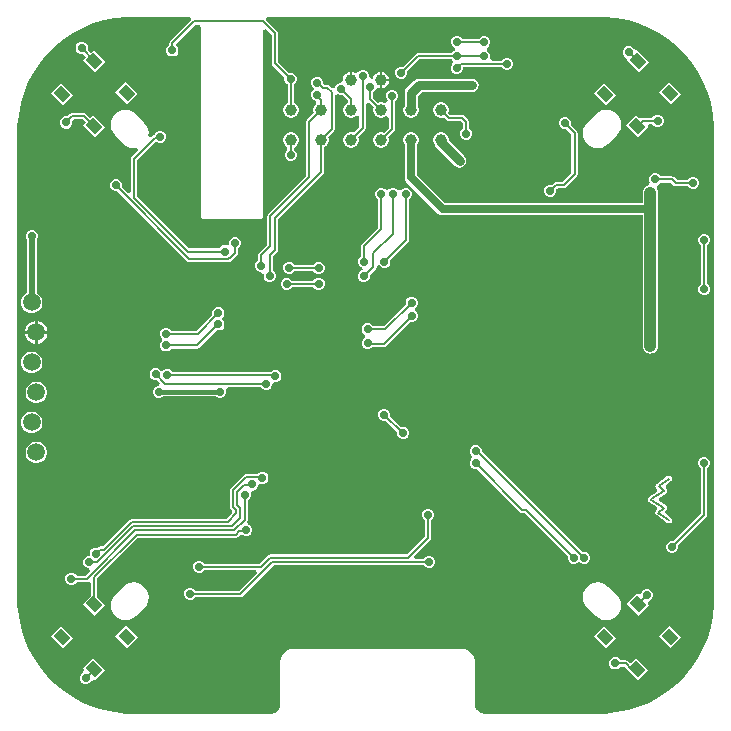
<source format=gbl>
G04*
G04 #@! TF.GenerationSoftware,Altium Limited,Altium Designer,23.2.1 (34)*
G04*
G04 Layer_Physical_Order=2*
G04 Layer_Color=16711680*
%FSLAX44Y44*%
%MOMM*%
G71*
G04*
G04 #@! TF.SameCoordinates,4D038F4D-AB9E-478B-8716-A6F2BEF9763F*
G04*
G04*
G04 #@! TF.FilePolarity,Positive*
G04*
G01*
G75*
%ADD10C,1.0000*%
%ADD51C,0.2000*%
%ADD53C,0.8000*%
%ADD55C,1.0000*%
%ADD56C,0.5000*%
%ADD57C,0.7000*%
%ADD59C,0.4000*%
%ADD63C,1.5000*%
%ADD64C,0.7000*%
G04:AMPARAMS|DCode=65|XSize=1.1mm|YSize=0.9mm|CornerRadius=0mm|HoleSize=0mm|Usage=FLASHONLY|Rotation=315.000|XOffset=0mm|YOffset=0mm|HoleType=Round|Shape=Rectangle|*
%AMROTATEDRECTD65*
4,1,4,-0.7071,0.0707,-0.0707,0.7071,0.7071,-0.0707,0.0707,-0.7071,-0.7071,0.0707,0.0*
%
%ADD65ROTATEDRECTD65*%

G36*
X202764Y294961D02*
X212244Y294027D01*
X221588Y292169D01*
X230704Y289403D01*
X239506Y285757D01*
X247908Y281266D01*
X255829Y275974D01*
X263194Y269930D01*
X269930Y263193D01*
X275974Y255829D01*
X281266Y247908D01*
X285757Y239506D01*
X289403Y230704D01*
X292169Y221588D01*
X294027Y212244D01*
X294961Y202764D01*
X294961Y198000D01*
X294961Y-198000D01*
X294961Y-202764D01*
X294027Y-212244D01*
X292169Y-221588D01*
X289403Y-230704D01*
X285757Y-239506D01*
X281266Y-247908D01*
X275974Y-255829D01*
X269930Y-263194D01*
X263193Y-269930D01*
X255829Y-275974D01*
X247908Y-281266D01*
X239506Y-285757D01*
X230704Y-289403D01*
X221588Y-292169D01*
X212244Y-294027D01*
X202764Y-294961D01*
X198000Y-294961D01*
X100500Y-294961D01*
X99716D01*
X98178Y-294655D01*
X96729Y-294055D01*
X95425Y-293184D01*
X94316Y-292075D01*
X93445Y-290771D01*
X92845Y-289322D01*
X92539Y-287784D01*
Y-252000D01*
X92529Y-251950D01*
X92537Y-251900D01*
X92488Y-250920D01*
X92452Y-250773D01*
Y-250622D01*
X92069Y-248699D01*
X91992Y-248514D01*
X91953Y-248317D01*
X91203Y-246506D01*
X91091Y-246339D01*
X91015Y-246153D01*
X89925Y-244523D01*
X89783Y-244381D01*
X89672Y-244214D01*
X88286Y-242828D01*
X88119Y-242717D01*
X87977Y-242575D01*
X86347Y-241485D01*
X86161Y-241409D01*
X85994Y-241297D01*
X84183Y-240547D01*
X83986Y-240508D01*
X83801Y-240431D01*
X81878Y-240048D01*
X81727D01*
X81580Y-240012D01*
X80600Y-239963D01*
X80550Y-239971D01*
X80500Y-239961D01*
X-60500Y-239961D01*
X-60550Y-239971D01*
X-60600Y-239963D01*
X-61580Y-240012D01*
X-61727Y-240048D01*
X-61878D01*
X-63801Y-240431D01*
X-63986Y-240508D01*
X-64183Y-240547D01*
X-65994Y-241297D01*
X-66161Y-241409D01*
X-66347Y-241485D01*
X-67977Y-242575D01*
X-68119Y-242717D01*
X-68286Y-242828D01*
X-69672Y-244214D01*
X-69784Y-244381D01*
X-69925Y-244523D01*
X-71015Y-246153D01*
X-71091Y-246339D01*
X-71203Y-246506D01*
X-71953Y-248317D01*
X-71992Y-248514D01*
X-72069Y-248699D01*
X-72452Y-250622D01*
Y-250773D01*
X-72488Y-250920D01*
X-72537Y-251900D01*
X-72529Y-251950D01*
X-72539Y-252000D01*
Y-287000D01*
X-72539Y-287784D01*
X-72845Y-289322D01*
X-73445Y-290771D01*
X-74316Y-292075D01*
X-75425Y-293184D01*
X-76729Y-294055D01*
X-78178Y-294655D01*
X-79716Y-294961D01*
X-80500Y-294961D01*
X-198000Y-294961D01*
X-202764D01*
X-212244Y-294027D01*
X-221588Y-292169D01*
X-230704Y-289403D01*
X-239506Y-285757D01*
X-247908Y-281266D01*
X-255829Y-275974D01*
X-263194Y-269930D01*
X-269930Y-263193D01*
X-275974Y-255829D01*
X-281266Y-247908D01*
X-285757Y-239506D01*
X-289403Y-230704D01*
X-292169Y-221588D01*
X-294027Y-212244D01*
X-294961Y-202764D01*
X-294961Y-198000D01*
X-294961Y198000D01*
Y202764D01*
X-294027Y212244D01*
X-292169Y221588D01*
X-289403Y230704D01*
X-285757Y239506D01*
X-281266Y247908D01*
X-275974Y255829D01*
X-269930Y263194D01*
X-263193Y269930D01*
X-255829Y275974D01*
X-247908Y281266D01*
X-239506Y285757D01*
X-230704Y289403D01*
X-221588Y292169D01*
X-212244Y294027D01*
X-202764Y294961D01*
X-198000Y294961D01*
X-148566D01*
X-147979Y294072D01*
X-147602Y292461D01*
X-165625Y274438D01*
X-166199Y273578D01*
X-166401Y272564D01*
X-166401Y272564D01*
Y270922D01*
X-166639Y270824D01*
X-168074Y269389D01*
X-168850Y267514D01*
Y265486D01*
X-168074Y263611D01*
X-166639Y262176D01*
X-164764Y261400D01*
X-162736D01*
X-160861Y262176D01*
X-159426Y263611D01*
X-158650Y265486D01*
Y267514D01*
X-159426Y269389D01*
X-160861Y270824D01*
X-159668Y272897D01*
X-144216Y288349D01*
X-140445D01*
X-140074Y287878D01*
X-139338Y285849D01*
X-139384Y285780D01*
X-139539Y285000D01*
X-139539Y126000D01*
X-139384Y125220D01*
X-138942Y124558D01*
X-138280Y124116D01*
X-137500Y123961D01*
X-89187D01*
X-88407Y124116D01*
X-87746Y124558D01*
X-87303Y125220D01*
X-87148Y126000D01*
Y283864D01*
X-84648Y284899D01*
X-79651Y279902D01*
Y255500D01*
X-79651Y255500D01*
X-79449Y254485D01*
X-78875Y253626D01*
X-68752Y243503D01*
X-68850Y243265D01*
Y241236D01*
X-68074Y239361D01*
X-66639Y237927D01*
X-66276Y237776D01*
Y221918D01*
X-67553Y221181D01*
X-68781Y219953D01*
X-69650Y218447D01*
X-70100Y216769D01*
Y215031D01*
X-69650Y213353D01*
X-68781Y211847D01*
X-67553Y210619D01*
X-66048Y209750D01*
X-64369Y209300D01*
X-62631D01*
X-60953Y209750D01*
X-59448Y210619D01*
X-58219Y211847D01*
X-57350Y213353D01*
X-56900Y215031D01*
Y216769D01*
X-57350Y218447D01*
X-58219Y219953D01*
X-59448Y221181D01*
X-60953Y222050D01*
X-60974Y222056D01*
Y237880D01*
X-60861Y237927D01*
X-59426Y239361D01*
X-58650Y241236D01*
Y243265D01*
X-59426Y245139D01*
X-60861Y246574D01*
X-62736Y247350D01*
X-64764D01*
X-65002Y247251D01*
X-74349Y256598D01*
Y281000D01*
X-74551Y282014D01*
X-75126Y282875D01*
X-84712Y292461D01*
X-84335Y294072D01*
X-83748Y294961D01*
X198000Y294961D01*
X202764Y294961D01*
D02*
G37*
%LPC*%
G36*
X78264Y278850D02*
X76235D01*
X74361Y278074D01*
X72926Y276639D01*
X72150Y274764D01*
Y272736D01*
X72926Y270861D01*
X74361Y269426D01*
X75567Y268927D01*
X75595Y268772D01*
X75359Y266340D01*
X74111Y265824D01*
X72676Y264389D01*
X72578Y264151D01*
X44000D01*
X44000Y264151D01*
X42986Y263949D01*
X42126Y263375D01*
X31252Y252501D01*
X31014Y252600D01*
X28986D01*
X27111Y251824D01*
X25676Y250389D01*
X24900Y248514D01*
Y246486D01*
X25676Y244611D01*
X27111Y243176D01*
X28986Y242400D01*
X31014D01*
X32889Y243176D01*
X34323Y244611D01*
X35100Y246486D01*
Y248514D01*
X35001Y248752D01*
X45098Y258849D01*
X72578D01*
X72676Y258611D01*
X73154Y258133D01*
X73831Y256500D01*
X73154Y254867D01*
X72676Y254389D01*
X71900Y252514D01*
Y250486D01*
X72676Y248611D01*
X74111Y247176D01*
X75985Y246400D01*
X78014D01*
X79889Y247176D01*
X81323Y248611D01*
X82100Y250486D01*
Y252514D01*
X82156Y252599D01*
X115078D01*
X115176Y252361D01*
X116611Y250926D01*
X118485Y250150D01*
X120514D01*
X122389Y250926D01*
X123823Y252361D01*
X124600Y254236D01*
Y256264D01*
X123823Y258139D01*
X122389Y259574D01*
X120514Y260350D01*
X118485D01*
X116611Y259574D01*
X115176Y258139D01*
X115078Y257901D01*
X106735D01*
X105065Y260401D01*
X105100Y260486D01*
Y262514D01*
X104324Y264389D01*
X102889Y265824D01*
X102233Y266095D01*
Y268801D01*
X103139Y269177D01*
X104573Y270611D01*
X105350Y272486D01*
Y274515D01*
X104573Y276389D01*
X103139Y277824D01*
X101264Y278600D01*
X99235D01*
X97361Y277824D01*
X95926Y276389D01*
X95880Y276276D01*
X81724D01*
X81573Y276639D01*
X80139Y278074D01*
X78264Y278850D01*
D02*
G37*
G36*
X223592Y270100D02*
X221563D01*
X219688Y269324D01*
X218254Y267889D01*
X217477Y266014D01*
Y263986D01*
X218254Y262111D01*
X219688Y260676D01*
X219821Y260621D01*
X220843Y258107D01*
Y258107D01*
X230884Y248067D01*
X239510Y256693D01*
X229470Y266734D01*
X229470D01*
X226956Y267756D01*
X226901Y267889D01*
X225466Y269324D01*
X223592Y270100D01*
D02*
G37*
G36*
X-239658Y273927D02*
X-241687D01*
X-243562Y273151D01*
X-244996Y271716D01*
X-245773Y269842D01*
Y267813D01*
X-244996Y265938D01*
X-243562Y264504D01*
X-241687Y263727D01*
X-239899D01*
X-236718Y260546D01*
X-239157Y258107D01*
X-229116Y248067D01*
X-220490Y256693D01*
X-230530Y266734D01*
X-232969Y264295D01*
X-235840Y267167D01*
X-235573Y267813D01*
Y269842D01*
X-236349Y271716D01*
X-237784Y273151D01*
X-239658Y273927D01*
D02*
G37*
G36*
X-1161Y250100D02*
X-3189D01*
X-5064Y249324D01*
X-6499Y247889D01*
X-9380Y247466D01*
X-9998Y247823D01*
X-11700Y248279D01*
Y241300D01*
X-13700D01*
Y248279D01*
X-15402Y247823D01*
X-16998Y246901D01*
X-18302Y245598D01*
X-19223Y244002D01*
X-19700Y242222D01*
Y241410D01*
X-19837Y240300D01*
X-21946Y239100D01*
X-22015D01*
X-23889Y238324D01*
X-25324Y236889D01*
X-25992Y235276D01*
X-27180Y234727D01*
X-28600Y234349D01*
X-30647Y236396D01*
X-31507Y236971D01*
X-32522Y237173D01*
X-32522Y237173D01*
X-33590D01*
X-35900Y237986D01*
Y240014D01*
X-36676Y241889D01*
X-38111Y243324D01*
X-39986Y244100D01*
X-42014D01*
X-43889Y243324D01*
X-45324Y241889D01*
X-46100Y240014D01*
Y237986D01*
X-45324Y236111D01*
X-44846Y235633D01*
X-44169Y234000D01*
X-44846Y232367D01*
X-45324Y231889D01*
X-46100Y230014D01*
Y227986D01*
X-45324Y226111D01*
X-43889Y224676D01*
X-42264Y224004D01*
X-41930Y223019D01*
X-41774Y221400D01*
X-42153Y221181D01*
X-43381Y219953D01*
X-44250Y218447D01*
X-44700Y216769D01*
Y215031D01*
X-44281Y213468D01*
X-49625Y208125D01*
X-50199Y207264D01*
X-50401Y206250D01*
X-50401Y206250D01*
Y160439D01*
X-82625Y128216D01*
X-83199Y127356D01*
X-83401Y126341D01*
X-83401Y126341D01*
Y101848D01*
X-90374Y94874D01*
X-90949Y94015D01*
X-91151Y93000D01*
X-91151Y93000D01*
Y88672D01*
X-91389Y88574D01*
X-92824Y87139D01*
X-93600Y85265D01*
Y83236D01*
X-92824Y81361D01*
X-91389Y79927D01*
X-89515Y79150D01*
X-88318D01*
X-86810Y77449D01*
X-86569Y76840D01*
X-86600Y76764D01*
Y74736D01*
X-85824Y72861D01*
X-84389Y71427D01*
X-82514Y70650D01*
X-80486D01*
X-78611Y71427D01*
X-77176Y72861D01*
X-76400Y74736D01*
Y76764D01*
X-77176Y78639D01*
X-78611Y80074D01*
X-78849Y80172D01*
Y91902D01*
X-75126Y95625D01*
X-74551Y96486D01*
X-74349Y97500D01*
Y123902D01*
X-36226Y162026D01*
X-36226Y162026D01*
X-35651Y162886D01*
X-35449Y163900D01*
Y184410D01*
X-34048Y185219D01*
X-32819Y186448D01*
X-31950Y187952D01*
X-31500Y189631D01*
Y191369D01*
X-31919Y192932D01*
X-27126Y197726D01*
X-27125Y197726D01*
X-26551Y198586D01*
X-26349Y199600D01*
Y228601D01*
X-23889Y229676D01*
X-22015Y228900D01*
X-19986D01*
X-19748Y228999D01*
X-15351Y224602D01*
Y221991D01*
X-16753Y221181D01*
X-17981Y219953D01*
X-18850Y218447D01*
X-19300Y216769D01*
Y215031D01*
X-18850Y213353D01*
X-17981Y211847D01*
X-16753Y210619D01*
X-15247Y209750D01*
X-13569Y209300D01*
X-11831D01*
X-10153Y209750D01*
X-8648Y210619D01*
X-7901Y211365D01*
X-5895Y210818D01*
X-5401Y210485D01*
Y201548D01*
X-10268Y196681D01*
X-11831Y197100D01*
X-13569D01*
X-15247Y196650D01*
X-16753Y195781D01*
X-17981Y194552D01*
X-18850Y193048D01*
X-19300Y191369D01*
Y189631D01*
X-18850Y187952D01*
X-17981Y186448D01*
X-16753Y185219D01*
X-15247Y184350D01*
X-13569Y183900D01*
X-11831D01*
X-10153Y184350D01*
X-8648Y185219D01*
X-7419Y186448D01*
X-6550Y187952D01*
X-6100Y189631D01*
Y191369D01*
X-6519Y192932D01*
X-876Y198575D01*
X-876Y198575D01*
X-301Y199436D01*
X-99Y200450D01*
X-99Y200450D01*
Y221415D01*
X2401Y222450D01*
X6519Y218332D01*
X6100Y216769D01*
Y215031D01*
X6550Y213353D01*
X7419Y211847D01*
X8648Y210619D01*
X10152Y209750D01*
X11831Y209300D01*
X13569D01*
X15247Y209750D01*
X16752Y210619D01*
X16849Y210715D01*
X19349Y209680D01*
Y200898D01*
X15132Y196681D01*
X13569Y197100D01*
X11831D01*
X10152Y196650D01*
X8648Y195781D01*
X7419Y194552D01*
X6550Y193048D01*
X6100Y191369D01*
Y189631D01*
X6550Y187952D01*
X7419Y186448D01*
X8648Y185219D01*
X10152Y184350D01*
X11831Y183900D01*
X13569D01*
X15247Y184350D01*
X16752Y185219D01*
X17981Y186448D01*
X18850Y187952D01*
X19300Y189631D01*
Y191369D01*
X18881Y192932D01*
X23874Y197925D01*
X24449Y198786D01*
X24651Y199800D01*
X24651Y199800D01*
Y223578D01*
X24889Y223676D01*
X26323Y225111D01*
X27100Y226986D01*
Y229014D01*
X26323Y230889D01*
X24889Y232324D01*
X23014Y233100D01*
X20986D01*
X19111Y232324D01*
X17676Y230889D01*
X16900Y229014D01*
Y226986D01*
X17676Y225111D01*
X18368Y224420D01*
X18235Y223067D01*
X18209Y223034D01*
X15740Y221803D01*
X15675Y221803D01*
X15247Y222050D01*
X13569Y222500D01*
X11831D01*
X10268Y222081D01*
X6001Y226348D01*
Y230971D01*
X6239Y231069D01*
X7674Y232504D01*
X7917Y233092D01*
X9586Y234444D01*
X10950Y234522D01*
X11700Y234321D01*
Y241300D01*
X12700D01*
D01*
X11700D01*
Y248279D01*
X9998Y247823D01*
X8402Y246901D01*
X7099Y245598D01*
X6177Y244002D01*
X5802Y242603D01*
X5643Y242370D01*
X4979Y242411D01*
X2925Y243986D01*
Y246014D01*
X2148Y247889D01*
X714Y249324D01*
X-1161Y250100D01*
D02*
G37*
G36*
X13700Y248279D02*
Y242300D01*
X19679D01*
X19223Y244002D01*
X18301Y245598D01*
X16998Y246901D01*
X15402Y247823D01*
X13700Y248279D01*
D02*
G37*
G36*
X19679Y240300D02*
X13700D01*
Y234321D01*
X15402Y234777D01*
X16998Y235699D01*
X18301Y237002D01*
X19223Y238598D01*
X19679Y240300D01*
D02*
G37*
G36*
X256693Y239511D02*
X248067Y230884D01*
X258107Y220843D01*
X266734Y229470D01*
X256693Y239511D01*
D02*
G37*
G36*
X-203307D02*
X-211933Y230884D01*
X-201893Y220843D01*
X-193266Y229470D01*
X-203307Y239511D01*
D02*
G37*
G36*
X201892Y239157D02*
X193266Y230530D01*
X203307Y220489D01*
X211933Y229116D01*
X201892Y239157D01*
D02*
G37*
G36*
X-258108D02*
X-266734Y230530D01*
X-256693Y220489D01*
X-248067Y229116D01*
X-258108Y239157D01*
D02*
G37*
G36*
X-238577Y213651D02*
X-238577Y213651D01*
X-248500D01*
X-248500Y213651D01*
X-249515Y213449D01*
X-250375Y212875D01*
X-252674Y210575D01*
X-252736Y210600D01*
X-254764D01*
X-256639Y209824D01*
X-258074Y208389D01*
X-258850Y206514D01*
Y204486D01*
X-258074Y202611D01*
X-256639Y201176D01*
X-254764Y200400D01*
X-252736D01*
X-250861Y201176D01*
X-249426Y202611D01*
X-248650Y204486D01*
Y206514D01*
X-246975Y208349D01*
X-239675D01*
X-237072Y205746D01*
X-239511Y203307D01*
X-229470Y193266D01*
X-220843Y201893D01*
X-230884Y211933D01*
X-233323Y209495D01*
X-236703Y212875D01*
X-237563Y213449D01*
X-238577Y213651D01*
D02*
G37*
G36*
X248014Y212100D02*
X245986D01*
X244111Y211324D01*
X242676Y209889D01*
X242578Y209651D01*
X234373D01*
X234373Y209651D01*
X233358Y209449D01*
X232498Y208874D01*
X232337Y208713D01*
X229116Y211933D01*
X220489Y203307D01*
X230530Y193266D01*
X239157Y201893D01*
X239010Y202039D01*
X239967Y204349D01*
X242578D01*
X242676Y204111D01*
X244111Y202677D01*
X245986Y201900D01*
X248014D01*
X249889Y202677D01*
X251324Y204111D01*
X252100Y205986D01*
Y208015D01*
X251324Y209889D01*
X249889Y211324D01*
X248014Y212100D01*
D02*
G37*
G36*
X89750Y242710D02*
X45250D01*
X43065Y242275D01*
X41213Y241037D01*
X34445Y234270D01*
X33207Y232418D01*
X32773Y230233D01*
Y219873D01*
X31950Y218447D01*
X31500Y216769D01*
Y215031D01*
X31950Y213353D01*
X32819Y211847D01*
X34047Y210619D01*
X35552Y209750D01*
X37231Y209300D01*
X38969D01*
X40647Y209750D01*
X42152Y210619D01*
X43381Y211847D01*
X44250Y213353D01*
X44700Y215031D01*
Y216769D01*
X44250Y218447D01*
X44192Y218548D01*
Y227868D01*
X47615Y231290D01*
X89750D01*
X91935Y231725D01*
X93787Y232963D01*
X95025Y234815D01*
X95460Y237000D01*
X95025Y239185D01*
X93787Y241037D01*
X91935Y242275D01*
X89750Y242710D01*
D02*
G37*
G36*
X64369Y222500D02*
X62631D01*
X60952Y222050D01*
X59447Y221181D01*
X58219Y219953D01*
X57350Y218447D01*
X56900Y216769D01*
Y215031D01*
X57350Y213353D01*
X58219Y211847D01*
X59447Y210619D01*
X60952Y209750D01*
X62631Y209300D01*
X64369D01*
X65932Y209719D01*
X68525Y207126D01*
X68525Y207125D01*
X69385Y206551D01*
X70400Y206349D01*
X70400Y206349D01*
X80730D01*
X82349Y204730D01*
Y200422D01*
X82111Y200324D01*
X80676Y198889D01*
X79900Y197015D01*
Y194986D01*
X80676Y193111D01*
X82111Y191677D01*
X83986Y190900D01*
X86014D01*
X87889Y191677D01*
X89324Y193111D01*
X90100Y194986D01*
Y197015D01*
X89324Y198889D01*
X87889Y200324D01*
X87651Y200422D01*
Y205828D01*
X87651Y205828D01*
X87449Y206843D01*
X86875Y207703D01*
X86874Y207703D01*
X83703Y210875D01*
X82843Y211449D01*
X81828Y211651D01*
X81828Y211651D01*
X71498D01*
X69681Y213468D01*
X70100Y215031D01*
Y216769D01*
X69650Y218447D01*
X68781Y219953D01*
X67552Y221181D01*
X66047Y222050D01*
X64369Y222500D01*
D02*
G37*
G36*
X-203536Y216143D02*
X-206799Y215714D01*
X-209839Y214454D01*
X-212451Y212451D01*
X-214454Y209839D01*
X-215714Y206799D01*
X-216143Y203536D01*
X-215714Y200272D01*
X-214454Y197232D01*
X-212451Y194620D01*
X-205380Y187549D01*
X-202768Y185546D01*
X-199728Y184286D01*
X-196465Y183857D01*
X-194119Y184165D01*
X-192952Y181798D01*
X-197875Y176875D01*
X-198449Y176014D01*
X-198651Y175000D01*
X-198651Y175000D01*
Y146416D01*
X-200961Y145460D01*
X-206499Y150998D01*
X-206400Y151236D01*
Y153265D01*
X-207176Y155139D01*
X-208611Y156574D01*
X-210486Y157350D01*
X-212514D01*
X-214389Y156574D01*
X-215824Y155139D01*
X-216600Y153265D01*
Y151236D01*
X-215824Y149361D01*
X-214389Y147927D01*
X-212514Y147150D01*
X-210486D01*
X-210248Y147249D01*
X-151275Y88276D01*
X-151275Y88275D01*
X-150414Y87701D01*
X-149400Y87499D01*
X-116973D01*
X-116973Y87499D01*
X-115959Y87701D01*
X-115832Y87786D01*
X-115314D01*
X-115313Y87786D01*
X-114299Y87987D01*
X-113439Y88562D01*
X-108876Y93125D01*
X-108876Y93125D01*
X-108301Y93986D01*
X-108099Y95000D01*
X-108099Y95000D01*
Y99078D01*
X-107861Y99177D01*
X-106426Y100611D01*
X-105650Y102486D01*
Y104515D01*
X-106426Y106389D01*
X-107861Y107824D01*
X-109736Y108600D01*
X-111764D01*
X-113639Y107824D01*
X-115074Y106389D01*
X-115850Y104515D01*
Y102964D01*
X-117089Y101717D01*
X-118003Y101150D01*
X-118486Y101350D01*
X-120514D01*
X-122389Y100574D01*
X-123824Y99139D01*
X-123922Y98901D01*
X-149311D01*
X-193349Y142939D01*
Y173902D01*
X-177482Y189769D01*
X-176889Y189177D01*
X-175014Y188400D01*
X-172986D01*
X-171111Y189177D01*
X-169676Y190611D01*
X-168900Y192486D01*
Y194515D01*
X-169676Y196389D01*
X-171111Y197824D01*
X-172986Y198600D01*
X-175014D01*
X-176889Y197824D01*
X-178324Y196389D01*
X-178811Y195212D01*
X-179361Y195103D01*
X-180221Y194528D01*
X-180221Y194528D01*
X-181798Y192952D01*
X-184165Y194119D01*
X-183857Y196465D01*
X-184286Y199728D01*
X-185546Y202768D01*
X-187549Y205380D01*
X-194620Y212451D01*
X-197232Y214454D01*
X-200272Y215714D01*
X-203536Y216143D01*
D02*
G37*
G36*
X203535D02*
X200272Y215714D01*
X197232Y214454D01*
X194620Y212451D01*
X187549Y205380D01*
X185546Y202768D01*
X184286Y199728D01*
X183857Y196465D01*
X184286Y193201D01*
X185546Y190161D01*
X187549Y187549D01*
X190161Y185546D01*
X193201Y184286D01*
X196464Y183857D01*
X199728Y184286D01*
X202768Y185546D01*
X205380Y187549D01*
X212451Y194620D01*
X214454Y197232D01*
X215714Y200272D01*
X216143Y203536D01*
X215714Y206799D01*
X214454Y209839D01*
X212451Y212451D01*
X209839Y214454D01*
X206799Y215714D01*
X203535Y216143D01*
D02*
G37*
G36*
X-62631Y197100D02*
X-64369D01*
X-66048Y196650D01*
X-67553Y195781D01*
X-68781Y194552D01*
X-69650Y193048D01*
X-70100Y191369D01*
Y189631D01*
X-69650Y187952D01*
X-68781Y186448D01*
X-67553Y185219D01*
X-66709Y184732D01*
X-66654Y184317D01*
X-66577Y182136D01*
X-67824Y180889D01*
X-68600Y179014D01*
Y176986D01*
X-67824Y175111D01*
X-66389Y173676D01*
X-64514Y172900D01*
X-62486D01*
X-60611Y173676D01*
X-59177Y175111D01*
X-58400Y176986D01*
Y179014D01*
X-59177Y180889D01*
X-60423Y182136D01*
X-60346Y184317D01*
X-60291Y184732D01*
X-59448Y185219D01*
X-58219Y186448D01*
X-57350Y187952D01*
X-56900Y189631D01*
Y191369D01*
X-57350Y193048D01*
X-58219Y194552D01*
X-59448Y195781D01*
X-60953Y196650D01*
X-62631Y197100D01*
D02*
G37*
G36*
X64369D02*
X62631D01*
X60952Y196650D01*
X59447Y195781D01*
X58219Y194552D01*
X57350Y193048D01*
X56900Y191369D01*
Y189631D01*
X57350Y187952D01*
X58219Y186448D01*
X58977Y185689D01*
X59462Y184963D01*
X75463Y168963D01*
X77315Y167725D01*
X79500Y167290D01*
X81685Y167725D01*
X83537Y168963D01*
X84775Y170815D01*
X85210Y173000D01*
X84775Y175185D01*
X83537Y177037D01*
X70100Y190475D01*
Y191369D01*
X69650Y193048D01*
X68781Y194552D01*
X67552Y195781D01*
X66047Y196650D01*
X64369Y197100D01*
D02*
G37*
G36*
X169514Y210100D02*
X167486D01*
X165611Y209324D01*
X164176Y207889D01*
X163400Y206014D01*
Y203986D01*
X164176Y202111D01*
X165611Y200676D01*
X167486Y199900D01*
X169514D01*
X169752Y199999D01*
X174099Y195652D01*
Y162598D01*
X166902Y155401D01*
X161250D01*
X160236Y155199D01*
X159375Y154625D01*
X159375Y154625D01*
X157502Y152751D01*
X157264Y152850D01*
X155236D01*
X153361Y152074D01*
X151926Y150639D01*
X151150Y148764D01*
Y146736D01*
X151926Y144861D01*
X153361Y143427D01*
X155236Y142650D01*
X157264D01*
X159139Y143427D01*
X160574Y144861D01*
X161350Y146736D01*
Y148764D01*
X163421Y150099D01*
X168000D01*
X168000Y150099D01*
X169014Y150301D01*
X169874Y150876D01*
X178624Y159626D01*
X179199Y160486D01*
X179401Y161500D01*
X179401Y161500D01*
Y196750D01*
X179401Y196750D01*
X179199Y197764D01*
X178624Y198624D01*
X178624Y198625D01*
X173501Y203748D01*
X173600Y203986D01*
Y206014D01*
X172824Y207889D01*
X171389Y209324D01*
X169514Y210100D01*
D02*
G37*
G36*
X38969Y197100D02*
X37231D01*
X35552Y196650D01*
X34047Y195781D01*
X32819Y194552D01*
X31950Y193048D01*
X31500Y191369D01*
Y189631D01*
X31950Y187952D01*
X32819Y186448D01*
X32900Y186366D01*
Y159044D01*
X32900Y159044D01*
X33296Y157054D01*
X34423Y155367D01*
X61467Y128323D01*
X61467Y128323D01*
X63154Y127196D01*
X65144Y126800D01*
X65144Y126800D01*
X234343D01*
Y30500D01*
Y23500D01*
Y16500D01*
X234570Y14777D01*
X235235Y13172D01*
X236293Y11793D01*
X237672Y10735D01*
X239277Y10070D01*
X241000Y9843D01*
X242723Y10070D01*
X244328Y10735D01*
X245707Y11793D01*
X246765Y13172D01*
X247430Y14777D01*
X247657Y16500D01*
Y23500D01*
Y30500D01*
Y132000D01*
Y139000D01*
Y146000D01*
X247430Y147723D01*
X246765Y149328D01*
X246397Y149808D01*
X246384Y149887D01*
X247013Y152365D01*
X247246Y152660D01*
X247889Y152927D01*
X249324Y154361D01*
X249422Y154599D01*
X258402D01*
X260375Y152626D01*
X261236Y152051D01*
X262250Y151849D01*
X272828D01*
X272926Y151611D01*
X274361Y150176D01*
X276236Y149400D01*
X278264D01*
X280139Y150176D01*
X281574Y151611D01*
X282350Y153486D01*
Y155514D01*
X281574Y157389D01*
X280139Y158824D01*
X278264Y159600D01*
X276236D01*
X274361Y158824D01*
X272926Y157389D01*
X272828Y157151D01*
X263348D01*
X261374Y159124D01*
X260514Y159699D01*
X259500Y159901D01*
X259500Y159901D01*
X249422D01*
X249324Y160139D01*
X247889Y161574D01*
X246014Y162350D01*
X243986D01*
X242111Y161574D01*
X240676Y160139D01*
X239900Y158265D01*
Y156236D01*
X240372Y155096D01*
X239393Y152591D01*
X239277Y152430D01*
X237672Y151765D01*
X236293Y150707D01*
X235235Y149328D01*
X234570Y147723D01*
X234343Y146000D01*
Y137200D01*
X67298D01*
X43300Y161198D01*
Y186366D01*
X43381Y186448D01*
X44250Y187952D01*
X44700Y189631D01*
Y191369D01*
X44250Y193048D01*
X43381Y194552D01*
X42152Y195781D01*
X40647Y196650D01*
X38969Y197100D01*
D02*
G37*
G36*
X35014Y150100D02*
X32985D01*
X31111Y149323D01*
X29926Y148138D01*
X28500Y148001D01*
X27074Y148138D01*
X25889Y149323D01*
X24014Y150100D01*
X21985D01*
X20111Y149323D01*
X19633Y148845D01*
X18000Y148169D01*
X16367Y148845D01*
X15889Y149323D01*
X14014Y150100D01*
X11985D01*
X10111Y149323D01*
X8676Y147889D01*
X7900Y146014D01*
Y143985D01*
X8676Y142111D01*
X10111Y140676D01*
X10349Y140578D01*
Y116348D01*
X-3374Y102625D01*
X-3949Y101764D01*
X-4151Y100750D01*
X-4151Y100750D01*
Y92172D01*
X-4389Y92074D01*
X-5824Y90639D01*
X-6600Y88764D01*
Y86736D01*
X-5824Y84861D01*
X-4389Y83427D01*
X-2881Y82802D01*
X-2790Y80885D01*
X-2881Y80302D01*
X-4639Y79574D01*
X-6074Y78139D01*
X-6850Y76265D01*
Y74236D01*
X-6074Y72361D01*
X-4639Y70926D01*
X-2765Y70150D01*
X-736D01*
X1139Y70926D01*
X2573Y72361D01*
X3350Y74236D01*
Y76265D01*
X3251Y76502D01*
X8374Y81625D01*
X8375Y81625D01*
X8949Y82486D01*
X9151Y83500D01*
Y83870D01*
X10606Y84504D01*
X11651Y84637D01*
X12861Y83427D01*
X14735Y82650D01*
X16764D01*
X18639Y83427D01*
X20073Y84861D01*
X20850Y86736D01*
Y88764D01*
X20751Y89002D01*
X35874Y104125D01*
X36449Y104986D01*
X36651Y106000D01*
X36651Y106000D01*
Y140578D01*
X36889Y140676D01*
X38323Y142111D01*
X39100Y143985D01*
Y146014D01*
X38323Y147889D01*
X36889Y149323D01*
X35014Y150100D01*
D02*
G37*
G36*
X-63736Y87600D02*
X-65764D01*
X-67639Y86824D01*
X-69074Y85389D01*
X-69850Y83514D01*
Y81486D01*
X-69074Y79611D01*
X-67639Y78176D01*
X-65764Y77400D01*
X-63736D01*
X-61861Y78176D01*
X-60427Y79611D01*
X-60380Y79724D01*
X-44474D01*
X-44324Y79361D01*
X-42889Y77927D01*
X-41014Y77150D01*
X-38986D01*
X-37111Y77927D01*
X-35677Y79361D01*
X-34900Y81236D01*
Y83265D01*
X-35677Y85139D01*
X-37111Y86574D01*
X-38986Y87350D01*
X-41014D01*
X-42889Y86574D01*
X-44324Y85139D01*
X-44370Y85026D01*
X-60276D01*
X-60427Y85389D01*
X-61861Y86824D01*
X-63736Y87600D01*
D02*
G37*
G36*
X-38986Y74100D02*
X-41014D01*
X-42889Y73324D01*
X-44324Y71889D01*
X-44474Y71526D01*
X-62630D01*
X-62677Y71639D01*
X-64111Y73074D01*
X-65986Y73850D01*
X-68014D01*
X-69889Y73074D01*
X-71324Y71639D01*
X-72100Y69764D01*
Y67736D01*
X-71324Y65861D01*
X-69889Y64426D01*
X-68014Y63650D01*
X-65986D01*
X-64111Y64426D01*
X-62677Y65861D01*
X-62526Y66224D01*
X-44370D01*
X-44324Y66111D01*
X-42889Y64676D01*
X-41014Y63900D01*
X-38986D01*
X-37111Y64676D01*
X-35677Y66111D01*
X-34900Y67986D01*
Y70015D01*
X-35677Y71889D01*
X-37111Y73324D01*
X-38986Y74100D01*
D02*
G37*
G36*
X287514Y111100D02*
X285485D01*
X283611Y110324D01*
X282176Y108889D01*
X281400Y107015D01*
Y104986D01*
X282176Y103111D01*
X283611Y101677D01*
X283849Y101578D01*
Y68672D01*
X283611Y68574D01*
X282176Y67139D01*
X281400Y65265D01*
Y63236D01*
X282176Y61361D01*
X283611Y59927D01*
X285485Y59150D01*
X287514D01*
X289389Y59927D01*
X290823Y61361D01*
X291600Y63236D01*
Y65265D01*
X290823Y67139D01*
X289389Y68574D01*
X289151Y68672D01*
Y101578D01*
X289389Y101677D01*
X290823Y103111D01*
X291600Y104986D01*
Y107015D01*
X290823Y108889D01*
X289389Y110324D01*
X287514Y111100D01*
D02*
G37*
G36*
X-281736Y114350D02*
X-283764D01*
X-285639Y113574D01*
X-287074Y112139D01*
X-287850Y110265D01*
Y108236D01*
X-287074Y106361D01*
X-287055Y106343D01*
Y61367D01*
X-288588Y60482D01*
X-290282Y58788D01*
X-291480Y56712D01*
X-292100Y54398D01*
Y52002D01*
X-291480Y49688D01*
X-290282Y47613D01*
X-288588Y45918D01*
X-286513Y44720D01*
X-284198Y44100D01*
X-281802D01*
X-279488Y44720D01*
X-277412Y45918D01*
X-275718Y47613D01*
X-274520Y49688D01*
X-273900Y52002D01*
Y54398D01*
X-274520Y56712D01*
X-275718Y58788D01*
X-277412Y60482D01*
X-278695Y61222D01*
Y106093D01*
X-278426Y106361D01*
X-277650Y108236D01*
Y110265D01*
X-278426Y112139D01*
X-279861Y113574D01*
X-281736Y114350D01*
D02*
G37*
G36*
X39764Y57850D02*
X37736D01*
X35861Y57074D01*
X34426Y55639D01*
X33650Y53765D01*
Y51736D01*
X33749Y51498D01*
X15402Y33151D01*
X5922D01*
X5824Y33389D01*
X4389Y34824D01*
X2514Y35600D01*
X485D01*
X-1389Y34824D01*
X-2824Y33389D01*
X-3600Y31514D01*
Y29486D01*
X-2824Y27611D01*
X-1389Y26177D01*
X-483Y25801D01*
Y23095D01*
X-1139Y22824D01*
X-2574Y21389D01*
X-3350Y19514D01*
Y17486D01*
X-2574Y15611D01*
X-1139Y14176D01*
X736Y13400D01*
X2764D01*
X4639Y14176D01*
X5811Y15349D01*
X15000D01*
X15000Y15349D01*
X16014Y15551D01*
X16874Y16126D01*
X37497Y36749D01*
X37736Y36650D01*
X39764D01*
X41639Y37427D01*
X43074Y38861D01*
X43850Y40736D01*
Y42765D01*
X43074Y44639D01*
X41889Y45824D01*
X41752Y47250D01*
X41889Y48676D01*
X43074Y49861D01*
X43850Y51736D01*
Y53765D01*
X43074Y55639D01*
X41639Y57074D01*
X39764Y57850D01*
D02*
G37*
G36*
X-277500Y37233D02*
Y29300D01*
X-269567D01*
X-270147Y31467D01*
X-271398Y33633D01*
X-273167Y35402D01*
X-275333Y36653D01*
X-277500Y37233D01*
D02*
G37*
G36*
X-280500D02*
X-282667Y36653D01*
X-284833Y35402D01*
X-286602Y33633D01*
X-287853Y31467D01*
X-288433Y29300D01*
X-280500D01*
Y37233D01*
D02*
G37*
G36*
X-123736Y49100D02*
X-125765D01*
X-127639Y48324D01*
X-129074Y46889D01*
X-129850Y45015D01*
Y42986D01*
X-129752Y42748D01*
X-143348Y29151D01*
X-164578D01*
X-164676Y29389D01*
X-166111Y30824D01*
X-167986Y31600D01*
X-170014D01*
X-171889Y30824D01*
X-173324Y29389D01*
X-174100Y27515D01*
Y25486D01*
X-173324Y23611D01*
X-172971Y23258D01*
X-172162Y21625D01*
X-172971Y19992D01*
X-173324Y19639D01*
X-174100Y17765D01*
Y15736D01*
X-173324Y13861D01*
X-171889Y12427D01*
X-170014Y11650D01*
X-167986D01*
X-166111Y12427D01*
X-164676Y13861D01*
X-164578Y14099D01*
X-142500D01*
X-142500Y14099D01*
X-141486Y14301D01*
X-140626Y14876D01*
X-126003Y29499D01*
X-125765Y29400D01*
X-123736D01*
X-121861Y30176D01*
X-120427Y31611D01*
X-119650Y33486D01*
Y35515D01*
X-120427Y37389D01*
X-120654Y37617D01*
X-121611Y39250D01*
X-120654Y40883D01*
X-120427Y41111D01*
X-119650Y42986D01*
Y45015D01*
X-120427Y46889D01*
X-121861Y48324D01*
X-123736Y49100D01*
D02*
G37*
G36*
X-269567Y26300D02*
X-277500D01*
Y18367D01*
X-275333Y18947D01*
X-273167Y20198D01*
X-271398Y21967D01*
X-270147Y24133D01*
X-269567Y26300D01*
D02*
G37*
G36*
X-280500D02*
X-288433D01*
X-287853Y24133D01*
X-286602Y21967D01*
X-284833Y20198D01*
X-282667Y18947D01*
X-280500Y18367D01*
Y26300D01*
D02*
G37*
G36*
X-281802Y11500D02*
X-284198D01*
X-286513Y10880D01*
X-288588Y9682D01*
X-290282Y7987D01*
X-291480Y5913D01*
X-292100Y3598D01*
Y1202D01*
X-291480Y-1112D01*
X-290282Y-3187D01*
X-288588Y-4882D01*
X-286513Y-6080D01*
X-284198Y-6700D01*
X-281802D01*
X-279488Y-6080D01*
X-277412Y-4882D01*
X-275718Y-3187D01*
X-274520Y-1112D01*
X-273900Y1202D01*
Y3598D01*
X-274520Y5913D01*
X-275718Y7987D01*
X-277412Y9682D01*
X-279488Y10880D01*
X-281802Y11500D01*
D02*
G37*
G36*
X-176986Y-2650D02*
X-179014D01*
X-180889Y-3426D01*
X-182324Y-4861D01*
X-183100Y-6736D01*
Y-8764D01*
X-182324Y-10639D01*
X-180889Y-12074D01*
X-179014Y-12850D01*
X-176986D01*
X-176748Y-12751D01*
X-174349Y-15150D01*
X-175385Y-17650D01*
X-176264D01*
X-178139Y-18426D01*
X-179574Y-19861D01*
X-180350Y-21735D01*
Y-23764D01*
X-179574Y-25639D01*
X-178139Y-27074D01*
X-176264Y-27850D01*
X-174236D01*
X-172361Y-27074D01*
X-171583Y-26295D01*
X-126917D01*
X-126389Y-26823D01*
X-124515Y-27600D01*
X-122486D01*
X-120611Y-26823D01*
X-119177Y-25389D01*
X-118400Y-23514D01*
Y-21486D01*
X-118539Y-21151D01*
X-116870Y-18651D01*
X-88672D01*
X-88574Y-18889D01*
X-87139Y-20324D01*
X-85265Y-21100D01*
X-83236D01*
X-81361Y-20324D01*
X-79927Y-18889D01*
X-79150Y-17014D01*
Y-16279D01*
X-77747Y-14539D01*
X-76840Y-14250D01*
X-75486D01*
X-73611Y-13474D01*
X-72176Y-12039D01*
X-71400Y-10164D01*
Y-8135D01*
X-72176Y-6261D01*
X-73611Y-4826D01*
X-75486Y-4050D01*
X-77515D01*
X-79389Y-4826D01*
X-80612Y-6049D01*
X-163391D01*
X-163676Y-5361D01*
X-165111Y-3926D01*
X-166986Y-3150D01*
X-169014D01*
X-170889Y-3926D01*
X-171220Y-4258D01*
X-173325Y-4775D01*
X-174383Y-4154D01*
X-175111Y-3426D01*
X-176986Y-2650D01*
D02*
G37*
G36*
X-277802Y-13900D02*
X-280198D01*
X-282512Y-14520D01*
X-284588Y-15718D01*
X-286282Y-17413D01*
X-287480Y-19488D01*
X-288100Y-21802D01*
Y-24198D01*
X-287480Y-26512D01*
X-286282Y-28588D01*
X-284588Y-30282D01*
X-282512Y-31480D01*
X-280198Y-32100D01*
X-277802D01*
X-275488Y-31480D01*
X-273412Y-30282D01*
X-271718Y-28588D01*
X-270520Y-26512D01*
X-269900Y-24198D01*
Y-21802D01*
X-270520Y-19488D01*
X-271718Y-17413D01*
X-273412Y-15718D01*
X-275488Y-14520D01*
X-277802Y-13900D01*
D02*
G37*
G36*
X-281802Y-39300D02*
X-284198D01*
X-286513Y-39920D01*
X-288587Y-41118D01*
X-290282Y-42812D01*
X-291480Y-44887D01*
X-292100Y-47202D01*
Y-49598D01*
X-291480Y-51912D01*
X-290282Y-53987D01*
X-288587Y-55682D01*
X-286513Y-56880D01*
X-284198Y-57500D01*
X-281802D01*
X-279488Y-56880D01*
X-277412Y-55682D01*
X-275718Y-53987D01*
X-274520Y-51912D01*
X-273900Y-49598D01*
Y-47202D01*
X-274520Y-44887D01*
X-275718Y-42812D01*
X-277412Y-41118D01*
X-279488Y-39920D01*
X-281802Y-39300D01*
D02*
G37*
G36*
X16639Y-36900D02*
X14611D01*
X12736Y-37676D01*
X11301Y-39111D01*
X10525Y-40985D01*
Y-43014D01*
X11301Y-44889D01*
X12736Y-46323D01*
X14611Y-47100D01*
X16639D01*
X16877Y-47001D01*
X26650Y-56774D01*
Y-58514D01*
X27426Y-60389D01*
X28861Y-61824D01*
X30735Y-62600D01*
X32764D01*
X34639Y-61824D01*
X36074Y-60389D01*
X36850Y-58514D01*
Y-56486D01*
X36074Y-54611D01*
X34639Y-53176D01*
X32764Y-52400D01*
X30735D01*
X30056Y-52682D01*
X20626Y-43252D01*
X20725Y-43014D01*
Y-40985D01*
X19949Y-39111D01*
X18514Y-37676D01*
X16639Y-36900D01*
D02*
G37*
G36*
X-277802Y-64700D02*
X-280198D01*
X-282512Y-65320D01*
X-284588Y-66518D01*
X-286282Y-68212D01*
X-287480Y-70287D01*
X-288100Y-72602D01*
Y-74998D01*
X-287480Y-77312D01*
X-286282Y-79387D01*
X-284588Y-81082D01*
X-282512Y-82280D01*
X-280198Y-82900D01*
X-277802D01*
X-275488Y-82280D01*
X-273412Y-81082D01*
X-271718Y-79387D01*
X-270520Y-77312D01*
X-269900Y-74998D01*
Y-72602D01*
X-270520Y-70287D01*
X-271718Y-68212D01*
X-273412Y-66518D01*
X-275488Y-65320D01*
X-277802Y-64700D01*
D02*
G37*
G36*
X-86486Y-90150D02*
X-88514D01*
X-90389Y-90926D01*
X-91712Y-92249D01*
X-101518D01*
X-101518Y-92249D01*
X-102532Y-92451D01*
X-103392Y-93026D01*
X-103392Y-93026D01*
X-114225Y-103858D01*
X-114799Y-104718D01*
X-115001Y-105732D01*
X-115001Y-105732D01*
Y-119741D01*
X-115001Y-119741D01*
X-114799Y-120756D01*
X-114225Y-121616D01*
X-113517Y-122323D01*
X-113517Y-125418D01*
X-117998Y-129899D01*
X-198181D01*
X-198181Y-129899D01*
X-199195Y-130101D01*
X-200055Y-130675D01*
X-200055Y-130676D01*
X-222860Y-153480D01*
X-225162D01*
X-226176Y-153682D01*
X-227036Y-154257D01*
X-227036Y-154257D01*
X-227485Y-154705D01*
X-227819Y-154567D01*
X-229848D01*
X-231722Y-155343D01*
X-233157Y-156778D01*
X-233933Y-158652D01*
Y-160681D01*
X-234580Y-161650D01*
X-235264D01*
X-237139Y-162426D01*
X-238574Y-163861D01*
X-239350Y-165735D01*
Y-167764D01*
X-238574Y-169639D01*
X-237139Y-171073D01*
X-235264Y-171850D01*
X-234583D01*
X-233547Y-174350D01*
X-237297Y-178099D01*
X-244828D01*
X-244926Y-177861D01*
X-246361Y-176426D01*
X-248236Y-175650D01*
X-250264D01*
X-252139Y-176426D01*
X-253574Y-177861D01*
X-254350Y-179736D01*
Y-181764D01*
X-253574Y-183639D01*
X-252139Y-185074D01*
X-250264Y-185850D01*
X-248236D01*
X-246361Y-185074D01*
X-244926Y-183639D01*
X-244828Y-183401D01*
X-236199D01*
X-236199Y-183401D01*
X-235184Y-183199D01*
X-234974Y-183059D01*
X-232474Y-184013D01*
Y-195172D01*
X-232550Y-195285D01*
X-239157Y-201893D01*
X-229116Y-211933D01*
X-220490Y-203307D01*
X-227237Y-196559D01*
X-227172Y-196236D01*
Y-180564D01*
X-192609Y-146001D01*
X-110009D01*
X-110009Y-146001D01*
X-108994Y-145799D01*
X-108134Y-145225D01*
X-106268Y-143358D01*
X-104855D01*
X-104139Y-144073D01*
X-102264Y-144850D01*
X-100236D01*
X-98361Y-144073D01*
X-96926Y-142639D01*
X-96150Y-140764D01*
Y-138736D01*
X-96926Y-136861D01*
X-98361Y-135426D01*
X-99444Y-134978D01*
X-99948Y-134144D01*
X-100322Y-132889D01*
X-100358Y-132150D01*
X-100201Y-131914D01*
X-99999Y-130900D01*
Y-114172D01*
X-99761Y-114073D01*
X-98327Y-112639D01*
X-97550Y-110764D01*
Y-108736D01*
X-97606Y-108600D01*
X-95936Y-106100D01*
X-95636D01*
X-93761Y-105323D01*
X-92326Y-103889D01*
X-91550Y-102014D01*
Y-101679D01*
X-89050Y-100128D01*
X-88514Y-100350D01*
X-86486D01*
X-84611Y-99573D01*
X-83176Y-98139D01*
X-82400Y-96264D01*
Y-94235D01*
X-83176Y-92361D01*
X-84611Y-90926D01*
X-86486Y-90150D01*
D02*
G37*
G36*
X257332Y-93553D02*
X256298Y-93571D01*
X255350Y-93984D01*
X246350Y-100234D01*
X246107Y-100486D01*
X245834Y-100704D01*
X245751Y-100855D01*
X245632Y-100979D01*
X245504Y-101304D01*
X245335Y-101610D01*
X245316Y-101781D01*
X245253Y-101941D01*
X245259Y-102291D01*
X245221Y-102638D01*
X245268Y-102803D01*
X245272Y-102975D01*
X245411Y-103296D01*
X245508Y-103631D01*
X245616Y-103766D01*
X245685Y-103924D01*
X245936Y-104166D01*
X246154Y-104439D01*
X246550Y-104772D01*
X246391Y-107267D01*
X239954Y-111415D01*
X239211Y-112134D01*
X239182Y-112201D01*
X239037Y-112351D01*
X238657Y-113313D01*
X238674Y-114347D01*
X239086Y-115296D01*
X239829Y-116015D01*
X246266Y-120163D01*
X246425Y-122658D01*
X246029Y-122991D01*
X245811Y-123264D01*
X245560Y-123507D01*
X245491Y-123664D01*
X245383Y-123799D01*
X245286Y-124135D01*
X245147Y-124455D01*
X245144Y-124627D01*
X245096Y-124792D01*
X245134Y-125140D01*
X245128Y-125489D01*
X245191Y-125649D01*
X245210Y-125820D01*
X245379Y-126126D01*
X245507Y-126452D01*
X245626Y-126576D01*
X245709Y-126726D01*
X245982Y-126945D01*
X246225Y-127196D01*
X255225Y-133446D01*
X256173Y-133859D01*
X257207Y-133878D01*
X258170Y-133499D01*
X258914Y-132781D01*
X259327Y-131833D01*
X259346Y-130798D01*
X258967Y-129836D01*
X258249Y-129091D01*
X253782Y-125989D01*
X253666Y-123492D01*
X254195Y-123047D01*
X254441Y-122738D01*
X254715Y-122455D01*
X254762Y-122337D01*
X254841Y-122239D01*
X254950Y-121860D01*
X255095Y-121493D01*
X255093Y-121366D01*
X255128Y-121245D01*
X255085Y-120853D01*
X255078Y-120458D01*
X255028Y-120343D01*
X255014Y-120217D01*
X254823Y-119872D01*
X254666Y-119510D01*
X254576Y-119422D01*
X254515Y-119311D01*
X254207Y-119065D01*
X253923Y-118790D01*
X248050Y-115005D01*
Y-112506D01*
X254048Y-108640D01*
X254332Y-108365D01*
X254640Y-108119D01*
X254701Y-108009D01*
X254791Y-107921D01*
X254949Y-107559D01*
X255139Y-107213D01*
X255153Y-107088D01*
X255203Y-106972D01*
X255210Y-106577D01*
X255253Y-106185D01*
X255218Y-106064D01*
X255220Y-105938D01*
X255075Y-105571D01*
X254965Y-105192D01*
X254887Y-105093D01*
X254840Y-104976D01*
X254566Y-104692D01*
X254319Y-104384D01*
X253791Y-103939D01*
X253907Y-101441D01*
X258374Y-98339D01*
X259092Y-97595D01*
X259471Y-96632D01*
X259452Y-95598D01*
X259039Y-94650D01*
X258295Y-93931D01*
X257332Y-93553D01*
D02*
G37*
G36*
X287264Y-77650D02*
X285236D01*
X283361Y-78426D01*
X281926Y-79861D01*
X281150Y-81735D01*
Y-83764D01*
X281926Y-85639D01*
X283361Y-87073D01*
X283599Y-87172D01*
Y-125902D01*
X260502Y-148999D01*
X260264Y-148900D01*
X258235D01*
X256361Y-149676D01*
X254926Y-151111D01*
X254150Y-152985D01*
Y-155014D01*
X254926Y-156889D01*
X256361Y-158323D01*
X258235Y-159100D01*
X260264D01*
X262139Y-158323D01*
X263573Y-156889D01*
X264350Y-155014D01*
Y-152985D01*
X264251Y-152747D01*
X288124Y-128875D01*
X288124Y-128875D01*
X288699Y-128014D01*
X288901Y-127000D01*
X288901Y-127000D01*
Y-87172D01*
X289139Y-87073D01*
X290574Y-85639D01*
X291350Y-83764D01*
Y-81735D01*
X290574Y-79861D01*
X289139Y-78426D01*
X287264Y-77650D01*
D02*
G37*
G36*
X53514Y-121650D02*
X51486D01*
X49611Y-122426D01*
X48176Y-123861D01*
X47400Y-125736D01*
Y-127764D01*
X48176Y-129639D01*
X49611Y-131074D01*
X49849Y-131172D01*
Y-145152D01*
X34752Y-160249D01*
X-80741D01*
X-81756Y-160451D01*
X-82616Y-161026D01*
X-82616Y-161026D01*
X-89689Y-168099D01*
X-136578D01*
X-136677Y-167861D01*
X-138111Y-166426D01*
X-139986Y-165650D01*
X-142015D01*
X-143889Y-166426D01*
X-145324Y-167861D01*
X-146100Y-169736D01*
Y-171764D01*
X-145324Y-173639D01*
X-143889Y-175074D01*
X-142015Y-175850D01*
X-139986D01*
X-138111Y-175074D01*
X-136677Y-173639D01*
X-136578Y-173401D01*
X-93166D01*
X-92210Y-175711D01*
X-107348Y-190849D01*
X-144328D01*
X-144426Y-190611D01*
X-145861Y-189176D01*
X-147736Y-188400D01*
X-149764D01*
X-151639Y-189176D01*
X-153074Y-190611D01*
X-153850Y-192486D01*
Y-194514D01*
X-153074Y-196389D01*
X-151639Y-197824D01*
X-149764Y-198600D01*
X-147736D01*
X-145861Y-197824D01*
X-144426Y-196389D01*
X-144328Y-196151D01*
X-106250D01*
X-106250Y-196151D01*
X-105236Y-195949D01*
X-104376Y-195375D01*
X-78152Y-169151D01*
X49328D01*
X49426Y-169389D01*
X50861Y-170824D01*
X52736Y-171600D01*
X54764D01*
X56639Y-170824D01*
X58074Y-169389D01*
X58850Y-167514D01*
Y-165485D01*
X58074Y-163611D01*
X56639Y-162176D01*
X54764Y-161400D01*
X52736D01*
X50861Y-162176D01*
X49426Y-163611D01*
X49328Y-163849D01*
X41916D01*
X40960Y-161539D01*
X54374Y-148125D01*
X54374Y-148125D01*
X54949Y-147264D01*
X55151Y-146250D01*
Y-131172D01*
X55389Y-131074D01*
X56824Y-129639D01*
X57600Y-127764D01*
Y-125736D01*
X56824Y-123861D01*
X55389Y-122426D01*
X53514Y-121650D01*
D02*
G37*
G36*
X94014Y-67900D02*
X91986D01*
X90111Y-68676D01*
X88676Y-70111D01*
X87900Y-71986D01*
Y-74014D01*
X88676Y-75889D01*
X89154Y-76367D01*
X89831Y-78000D01*
X89154Y-79633D01*
X88676Y-80111D01*
X87900Y-81986D01*
Y-84014D01*
X88676Y-85889D01*
X90111Y-87324D01*
X91986Y-88100D01*
X94014D01*
X94252Y-88001D01*
X130787Y-124536D01*
X131647Y-125111D01*
X132662Y-125313D01*
X134564D01*
X170998Y-161747D01*
X170900Y-161985D01*
Y-164014D01*
X171676Y-165889D01*
X173111Y-167323D01*
X174986Y-168100D01*
X177014D01*
X178889Y-167323D01*
X180500Y-166031D01*
X182111Y-167324D01*
X183986Y-168100D01*
X186014D01*
X187889Y-167323D01*
X189324Y-165889D01*
X190100Y-164014D01*
Y-161985D01*
X189324Y-160111D01*
X187889Y-158676D01*
X186014Y-157900D01*
X183986D01*
X183748Y-157999D01*
X98100Y-72351D01*
Y-71986D01*
X97324Y-70111D01*
X95889Y-68676D01*
X94014Y-67900D01*
D02*
G37*
G36*
X239014Y-189676D02*
X236985D01*
X235111Y-190453D01*
X233676Y-191887D01*
X233076Y-193337D01*
X231489Y-194007D01*
X230400Y-194196D01*
X229470Y-193266D01*
X220843Y-201893D01*
X230884Y-211933D01*
X239510Y-203307D01*
X238580Y-202376D01*
X238769Y-201287D01*
X239440Y-199700D01*
X240889Y-199100D01*
X242323Y-197665D01*
X243100Y-195791D01*
Y-193762D01*
X242323Y-191887D01*
X240889Y-190453D01*
X239014Y-189676D01*
D02*
G37*
G36*
X196464Y-183857D02*
X193201Y-184286D01*
X190161Y-185546D01*
X187549Y-187549D01*
X185546Y-190161D01*
X184286Y-193201D01*
X183857Y-196465D01*
X184286Y-199728D01*
X185546Y-202768D01*
X187549Y-205380D01*
X194620Y-212451D01*
X197232Y-214454D01*
X200272Y-215714D01*
X203535Y-216143D01*
X206799Y-215714D01*
X209839Y-214454D01*
X212451Y-212451D01*
X214454Y-209839D01*
X215714Y-206799D01*
X216143Y-203535D01*
X215714Y-200272D01*
X214454Y-197232D01*
X212451Y-194620D01*
X205380Y-187549D01*
X202768Y-185546D01*
X199728Y-184286D01*
X196464Y-183857D01*
D02*
G37*
G36*
X-196465D02*
X-199728Y-184286D01*
X-202768Y-185546D01*
X-205380Y-187549D01*
X-212451Y-194620D01*
X-214454Y-197232D01*
X-215714Y-200272D01*
X-216143Y-203535D01*
X-215714Y-206799D01*
X-214454Y-209839D01*
X-212451Y-212451D01*
X-209839Y-214454D01*
X-206799Y-215714D01*
X-203536Y-216143D01*
X-200272Y-215714D01*
X-197232Y-214454D01*
X-194620Y-212451D01*
X-187549Y-205380D01*
X-185546Y-202768D01*
X-184286Y-199728D01*
X-183857Y-196465D01*
X-184286Y-193201D01*
X-185546Y-190161D01*
X-187549Y-187549D01*
X-190161Y-185546D01*
X-193201Y-184286D01*
X-196465Y-183857D01*
D02*
G37*
G36*
X256693Y-220489D02*
X248067Y-229116D01*
X258107Y-239157D01*
X266734Y-230530D01*
X256693Y-220489D01*
D02*
G37*
G36*
X-203307D02*
X-211933Y-229116D01*
X-201893Y-239157D01*
X-193266Y-230530D01*
X-203307Y-220489D01*
D02*
G37*
G36*
X201892Y-220843D02*
X193266Y-229470D01*
X203307Y-239510D01*
X211933Y-230884D01*
X201892Y-220843D01*
D02*
G37*
G36*
X-258108D02*
X-266734Y-229470D01*
X-256693Y-239510D01*
X-248067Y-230884D01*
X-258108Y-220843D01*
D02*
G37*
G36*
X212264Y-247400D02*
X210236D01*
X208361Y-248176D01*
X206926Y-249611D01*
X206150Y-251486D01*
Y-253514D01*
X206926Y-255389D01*
X208361Y-256824D01*
X210236Y-257600D01*
X212264D01*
X214139Y-256824D01*
X215574Y-255389D01*
X215672Y-255151D01*
X218875D01*
X222999Y-259275D01*
X222999Y-259275D01*
X223216Y-259420D01*
X230530Y-266734D01*
X239157Y-258107D01*
X229116Y-248067D01*
X224202Y-252980D01*
X221847Y-250625D01*
X220987Y-250051D01*
X219973Y-249849D01*
X219973Y-249849D01*
X215672D01*
X215574Y-249611D01*
X214139Y-248176D01*
X212264Y-247400D01*
D02*
G37*
G36*
X-230884Y-248067D02*
X-239511Y-256693D01*
X-238614Y-257590D01*
X-239305Y-260434D01*
X-239889Y-260676D01*
X-241324Y-262111D01*
X-242100Y-263986D01*
Y-266014D01*
X-241324Y-267889D01*
X-239889Y-269324D01*
X-238015Y-270100D01*
X-235986D01*
X-234111Y-269324D01*
X-232677Y-267889D01*
X-232435Y-267305D01*
X-229590Y-266614D01*
X-229470Y-266734D01*
X-220843Y-258107D01*
X-230884Y-248067D01*
D02*
G37*
%LPD*%
D10*
X12700Y241300D02*
D03*
X-12700D02*
D03*
X63500Y215900D02*
D03*
X38100D02*
D03*
X12700Y190500D02*
D03*
X-12700D02*
D03*
X-38100Y215900D02*
D03*
X-63500D02*
D03*
X63500Y190500D02*
D03*
X38100D02*
D03*
X12700Y215900D02*
D03*
X-12700D02*
D03*
X-38100Y190500D02*
D03*
X-63500D02*
D03*
D51*
X156250Y147750D02*
X161250Y152750D01*
X168000D01*
X176750Y161500D01*
X168500Y205000D02*
X176750Y196750D01*
Y161500D02*
Y196750D01*
X-2750Y200450D02*
Y244425D01*
X-2175Y245000D01*
X-12700Y190500D02*
X-2750Y200450D01*
X-169000Y26500D02*
X-142250D01*
X-124750Y44000D01*
X-169000Y16750D02*
X-142500D01*
X-124750Y34500D01*
X-228697Y-159667D02*
X-225162Y-156131D01*
X-228833Y-159667D02*
X-228697D01*
X-225162Y-156131D02*
X-221762D01*
X-198181Y-132550D01*
X-196000Y141841D02*
X-150409Y96250D01*
X-119500D01*
X-149400Y90150D02*
X-116973D01*
X-115313Y90437D02*
X-110750Y95000D01*
X-116687Y90437D02*
X-115313D01*
X-116973Y90150D02*
X-116687Y90437D01*
X-110750Y95000D02*
Y103500D01*
X-211500Y152250D02*
X-149400Y90150D01*
X-107366Y-140707D02*
X-102207D01*
X-110009Y-143350D02*
X-107366Y-140707D01*
X-102207D02*
X-101250Y-139750D01*
X-193707Y-143350D02*
X-110009D01*
X-229823Y-179466D02*
X-193707Y-143350D01*
X-230530Y-201893D02*
X-229823Y-202600D01*
X-230530Y-201893D02*
Y-196943D01*
X-229823Y-196236D01*
Y-179466D01*
X-198181Y-132550D02*
X-116900D01*
X-234250Y-166750D02*
X-227290D01*
X-196690Y-136150D01*
X-116900Y-132550D02*
X-109850Y-125500D01*
Y-122241D01*
X-112350Y-119741D02*
X-109850Y-122241D01*
X-101518Y-94900D02*
X-87850D01*
X-112350Y-105732D02*
X-101518Y-94900D01*
X-87850D02*
X-87500Y-95250D01*
X-112350Y-119741D02*
Y-105732D01*
X-196690Y-136150D02*
X-112991D01*
X-106250Y-129409D01*
Y-120750D01*
X-103150Y-101623D02*
X-97273D01*
X-96650Y-101000D01*
X-108750Y-107223D02*
X-103150Y-101623D01*
X-108750Y-118250D02*
Y-107223D01*
Y-118250D02*
X-106250Y-120750D01*
X-178000Y-7750D02*
X-169750Y-16000D01*
X-84250D01*
X-76950Y-8700D02*
X-76500Y-9150D01*
X-168000Y-8250D02*
X-167550Y-8700D01*
X-76950D01*
X-111500Y-139750D02*
X-102650Y-130900D01*
Y-109750D01*
X-195198Y-139750D02*
X-111500D01*
X-236199Y-180750D02*
X-195198Y-139750D01*
X-249250Y-180750D02*
X-236199D01*
X-64750Y82500D02*
X-64625Y82375D01*
X-40125D02*
X-40000Y82250D01*
X-64625Y82375D02*
X-40125D01*
X-66875Y68875D02*
X-40125D01*
X-67000Y68750D02*
X-66875Y68875D01*
X-40125D02*
X-40000Y69000D01*
X286500Y64250D02*
Y106000D01*
X286250Y-127000D02*
Y-82750D01*
X259250Y-154000D02*
X286250Y-127000D01*
X262250Y154500D02*
X277250D01*
X77000Y251500D02*
X80750Y255250D01*
X119500D01*
X77000Y261500D02*
X100000D01*
X100125Y273625D02*
X100250Y273500D01*
X77250Y273750D02*
X77375Y273625D01*
X100125D01*
X30000Y247500D02*
X44000Y261500D01*
X77000D01*
X245000Y157250D02*
X259500D01*
X262250Y154500D01*
X229823Y202600D02*
X229972D01*
X234373Y207000D01*
X247000D01*
X70400Y209000D02*
X81828D01*
X85000Y205828D01*
Y196000D02*
Y205828D01*
X63500Y215900D02*
X70400Y209000D01*
X-230177Y-258177D02*
Y-257400D01*
X-237000Y-265000D02*
X-230177Y-258177D01*
X-178346Y192654D02*
X-174846D01*
X-196000Y141841D02*
Y175000D01*
X-174846Y192654D02*
X-174000Y193500D01*
X-196000Y175000D02*
X-178346Y192654D01*
X93957Y-73957D02*
X95957D01*
X185000Y-163000D01*
X93000Y-73000D02*
X93957Y-73957D01*
X93000Y-83000D02*
X132662Y-122662D01*
X135662D01*
X176000Y-163000D01*
X-41000Y227647D02*
Y229000D01*
Y227647D02*
X-38050Y224697D01*
Y215950D02*
Y224697D01*
X-36286Y234522D02*
X-32522D01*
X-41000Y239000D02*
X-40764D01*
X-36286Y234522D01*
X-32522D02*
X-29000Y231000D01*
X-47750Y206250D02*
X-38050Y215950D01*
X-29000Y199600D02*
Y231000D01*
X3350Y225250D02*
Y235393D01*
Y225250D02*
X12700Y215900D01*
Y190500D02*
X22000Y199800D01*
Y228000D01*
X-21000Y234000D02*
X-12700Y225700D01*
Y215900D02*
Y225700D01*
X15750Y87750D02*
X34000Y106000D01*
X13000Y115250D02*
Y145000D01*
X23000Y111500D02*
Y145000D01*
X6500Y95000D02*
X23000Y111500D01*
X-1500Y100750D02*
X13000Y115250D01*
X34000Y106000D02*
Y145000D01*
X-163750Y272564D02*
X-145314Y291000D01*
X-87000D01*
X-163750Y266500D02*
Y272564D01*
X-87000Y291000D02*
X-77000Y281000D01*
Y255500D02*
Y281000D01*
X224873Y-257400D02*
X229823D01*
X211250Y-252500D02*
X219973D01*
X224873Y-257400D01*
X-63750Y242250D02*
X-63625Y242125D01*
X-77000Y255500D02*
X-63750Y242250D01*
X247737Y-125019D02*
X256737Y-131269D01*
X247737Y-125019D02*
X252487Y-121019D01*
X241265Y-113787D02*
X252487Y-121019D01*
X247862Y-102412D02*
X256862Y-96162D01*
X247862Y-102412D02*
X252612Y-106412D01*
X241390Y-113644D02*
X252612Y-106412D01*
X-81500Y75750D02*
Y93000D01*
X-77000Y97500D02*
Y125000D01*
X-81500Y93000D02*
X-77000Y97500D01*
X-88500Y93000D02*
X-80750Y100750D01*
Y126341D02*
X-47750Y159341D01*
X-80750Y100750D02*
Y126341D01*
X-77000Y125000D02*
X-38100Y163900D01*
X-88500Y84250D02*
Y93000D01*
X-248500Y211000D02*
X-238577D01*
X-253750Y205750D02*
X-248500Y211000D01*
X-238577D02*
X-230177Y202600D01*
X-253750Y205500D02*
Y205750D01*
X-230177Y202600D02*
X-230177D01*
X222577Y265000D02*
X230177Y257400D01*
X-240673Y268250D02*
Y268827D01*
Y268250D02*
X-229823Y257400D01*
X-229823D01*
X230177Y-202600D02*
X238000Y-194776D01*
X1750Y18500D02*
X2250Y18000D01*
X15000D01*
X38750Y41750D01*
X1500Y30500D02*
X16500D01*
X38750Y52750D01*
X35850Y-162900D02*
X52500Y-146250D01*
Y-126750D01*
X-80741Y-162900D02*
X35850D01*
X-88591Y-170750D02*
X-80741Y-162900D01*
X-141000Y-170750D02*
X-88591D01*
X-106250Y-193500D02*
X-79250Y-166500D01*
X53750D01*
X-148750Y-193500D02*
X-106250D01*
X-38100Y190500D02*
X-29000Y199600D01*
X-47750Y159341D02*
Y206250D01*
X-38100Y163900D02*
Y190500D01*
X-63625Y216025D02*
X-63500Y215900D01*
X-63625Y216025D02*
Y242125D01*
X-63500Y178000D02*
Y190500D01*
Y178000D02*
X-63500Y178000D01*
X-63500Y190500D02*
X-63500Y190500D01*
X6500Y83500D02*
Y95000D01*
X-1750Y75250D02*
X6500Y83500D01*
X-1500Y87750D02*
Y100750D01*
X15625Y-42000D02*
X31125Y-57500D01*
X31750D01*
D53*
X45250Y237000D02*
X89750D01*
X38100Y215900D02*
X38483Y216283D01*
Y230233D01*
X45250Y237000D01*
X63500Y189000D02*
X79500Y173000D01*
X63500Y189000D02*
Y190500D01*
D55*
X241000Y139000D02*
Y146000D01*
Y132000D02*
Y139000D01*
Y30500D02*
Y132000D01*
Y16500D02*
Y23500D01*
Y30500D01*
D56*
X-282875Y53325D02*
Y109125D01*
X-283000Y53200D02*
X-282875Y53325D01*
Y109125D02*
X-282750Y109250D01*
D57*
X65144Y132000D02*
X241000D01*
X38100Y159044D02*
X65144Y132000D01*
X38100Y159044D02*
Y190500D01*
D59*
X-175250Y-22750D02*
X-175125Y-22625D01*
X-123625D02*
X-123500Y-22500D01*
X-175125Y-22625D02*
X-123625D01*
D63*
X-283000Y53200D02*
D03*
X-279000Y27800D02*
D03*
X-283000Y2400D02*
D03*
X-279000Y-23000D02*
D03*
X-283000Y-48400D02*
D03*
X-279000Y-73800D02*
D03*
D64*
X106000Y243750D02*
D03*
X89750Y237000D02*
D03*
X156250Y147750D02*
D03*
X-108000Y-248500D02*
D03*
X-127500Y-213000D02*
D03*
X-188000Y-268500D02*
D03*
X198250Y180000D02*
D03*
X219250Y174000D02*
D03*
X234250Y166500D02*
D03*
X-3000Y145000D02*
D03*
X-2175Y245000D02*
D03*
X290750Y153500D02*
D03*
X288250Y-143000D02*
D03*
X256000Y-202250D02*
D03*
X-12500Y205500D02*
D03*
X68500Y151250D02*
D03*
X125250Y286000D02*
D03*
X-169250Y288250D02*
D03*
X-238750Y168500D02*
D03*
X138750Y-150500D02*
D03*
X-278500Y-145500D02*
D03*
X273000Y110750D02*
D03*
X279250Y131500D02*
D03*
X166750Y237750D02*
D03*
X131250Y141250D02*
D03*
X89750Y141500D02*
D03*
X90750Y121000D02*
D03*
X131000Y122000D02*
D03*
X-169000Y26500D02*
D03*
Y16750D02*
D03*
X-228833Y-159667D02*
D03*
X241000Y16500D02*
D03*
Y23500D02*
D03*
Y30500D02*
D03*
Y132000D02*
D03*
Y139000D02*
D03*
Y146000D02*
D03*
X16500Y-202000D02*
D03*
X-113250Y75500D02*
D03*
X-97000Y36500D02*
D03*
X-178250Y12250D02*
D03*
X-238750Y-49000D02*
D03*
X-197000Y-48750D02*
D03*
X-119500Y96250D02*
D03*
X-110750Y103500D02*
D03*
X-211500Y152250D02*
D03*
X-178750Y-156000D02*
D03*
X-101250Y-139750D02*
D03*
X-234250Y-166750D02*
D03*
X-87500Y-95250D02*
D03*
X-96650Y-101000D02*
D03*
X-84250Y-16000D02*
D03*
X-76500Y-9150D02*
D03*
X-249250Y-180750D02*
D03*
X-102650Y-109750D02*
D03*
X-40000Y82250D02*
D03*
Y69000D02*
D03*
X-124750Y34500D02*
D03*
Y44000D02*
D03*
X286500Y106000D02*
D03*
Y64250D02*
D03*
X286250Y-82750D02*
D03*
X259250Y-154000D02*
D03*
X-189000Y147750D02*
D03*
X-282750Y109250D02*
D03*
X-175250Y-22750D02*
D03*
X-123500Y-22500D02*
D03*
X-168000Y-8250D02*
D03*
X-178000Y-7750D02*
D03*
X79500Y173000D02*
D03*
X141750Y245000D02*
D03*
X119500Y255250D02*
D03*
X100250Y273500D02*
D03*
X100000Y261500D02*
D03*
X77000Y251500D02*
D03*
Y261500D02*
D03*
X77250Y273750D02*
D03*
X277250Y154500D02*
D03*
X245000Y157250D02*
D03*
X247000Y207000D02*
D03*
X268749Y194403D02*
D03*
X85000Y196000D02*
D03*
X-168000Y-160000D02*
D03*
X-237000Y-265000D02*
D03*
X-230990Y-18250D02*
D03*
X93000Y-73000D02*
D03*
Y-83000D02*
D03*
X185000Y-163000D02*
D03*
X176000D02*
D03*
X246999Y-161000D02*
D03*
X-88500Y84250D02*
D03*
X-41000Y229000D02*
D03*
Y239000D02*
D03*
X3350Y235393D02*
D03*
X22000Y228000D02*
D03*
X-21000Y234000D02*
D03*
X13000Y145000D02*
D03*
X34000D02*
D03*
X23000D02*
D03*
X-79750Y-245750D02*
D03*
X85750Y-198000D02*
D03*
X75750Y-94750D02*
D03*
X215500Y-217250D02*
D03*
X211250Y-252500D02*
D03*
X-13500Y-183750D02*
D03*
X-500Y-231250D02*
D03*
X48750Y-231000D02*
D03*
X-18000D02*
D03*
X-35000D02*
D03*
X-52000D02*
D03*
X-69000D02*
D03*
X20750Y254750D02*
D03*
X-63750Y242250D02*
D03*
X-275750Y-207750D02*
D03*
X210000Y255500D02*
D03*
X-71750Y233500D02*
D03*
X253750Y21500D02*
D03*
X57000Y123500D02*
D03*
X36250Y21500D02*
D03*
X1500Y41750D02*
D03*
X1750Y7750D02*
D03*
X5250Y-52000D02*
D03*
X-72250Y-143000D02*
D03*
X-71250Y149250D02*
D03*
X-71000Y203250D02*
D03*
X-50500Y251250D02*
D03*
X-31500Y146500D02*
D03*
X257500Y265000D02*
D03*
X125750Y-30000D02*
D03*
X110250Y67000D02*
D03*
X213250Y-25250D02*
D03*
X61000Y-13500D02*
D03*
X63000Y91500D02*
D03*
X104250Y-283250D02*
D03*
X-90250Y-273500D02*
D03*
X-167750Y245750D02*
D03*
X-277250Y236000D02*
D03*
X-59750Y-53750D02*
D03*
X-17000Y-6750D02*
D03*
X-19250Y45250D02*
D03*
X-174000Y193500D02*
D03*
X-81500Y75750D02*
D03*
X-64750Y82500D02*
D03*
X-67000Y68750D02*
D03*
X-277500Y173750D02*
D03*
X-253750Y205500D02*
D03*
X-221250Y181250D02*
D03*
X265500Y205750D02*
D03*
X-215750Y275120D02*
D03*
X-240673Y268827D02*
D03*
X-163750Y266500D02*
D03*
X238000Y-194776D02*
D03*
X222577Y265000D02*
D03*
X180000Y-220000D02*
D03*
X-182750Y-225750D02*
D03*
X1750Y18500D02*
D03*
X1500Y30500D02*
D03*
X38750Y41750D02*
D03*
Y52750D02*
D03*
X30000Y247500D02*
D03*
X-141000Y-170750D02*
D03*
X-148750Y-193500D02*
D03*
X52500Y-126750D02*
D03*
X53750Y-166500D02*
D03*
X-63500Y178000D02*
D03*
X-1750Y75250D02*
D03*
X-1500Y87750D02*
D03*
X15750D02*
D03*
X15625Y-42000D02*
D03*
X31750Y-57500D02*
D03*
X211500Y166750D02*
D03*
X191500Y172500D02*
D03*
X168500Y205000D02*
D03*
X182986Y162500D02*
D03*
X152000Y215750D02*
D03*
Y184250D02*
D03*
X-200000Y-171000D02*
D03*
D65*
X230177Y257400D02*
D03*
X257400Y230177D02*
D03*
X202600Y229823D02*
D03*
X229823Y202600D02*
D03*
X-229823Y-202600D02*
D03*
X-202600Y-229823D02*
D03*
X-257400Y-230177D02*
D03*
X-230177Y-257400D02*
D03*
X230177Y-202600D02*
D03*
X257400Y-229823D02*
D03*
X202600Y-230177D02*
D03*
X229823Y-257400D02*
D03*
X-229823Y257400D02*
D03*
X-202600Y230177D02*
D03*
X-257400Y229823D02*
D03*
X-230177Y202600D02*
D03*
M02*

</source>
